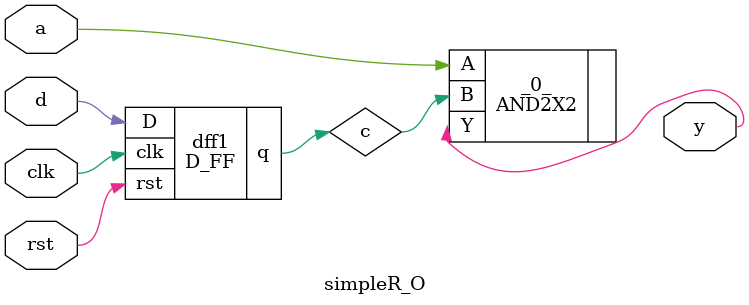
<source format=v>
/* Generated by Yosys 0.6 (git sha1 UNKNOWN, clang 3.4-1ubuntu3 -fPIC -Os) */

module D_FF(D, clk, rst, q);
  wire _0_;
  input D;
  input clk;
  output q;
  input rst;
  AND2X2 _1_ (
    .A(D),
    .B(rst),
    .Y(_0_)
  );
  DFFPOSX1 _2_ (
    .CLK(clk),
    .D(_0_),
    .Q(q)
  );
endmodule

module simpleR_O(a, d, clk, rst, y);
  input a;
  wire c;
  input clk;
  input d;
  input rst;
  output y;
  AND2X2 _0_ (
    .A(a),
    .B(c),
    .Y(y)
  );
  D_FF dff1 (
    .D(d),
    .clk(clk),
    .q(c),
    .rst(rst)
  );
endmodule

</source>
